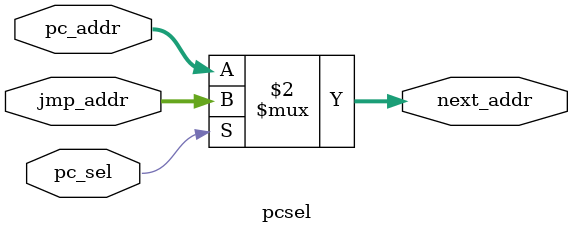
<source format=v>
module pcsel(
    input   [31: 0]     jmp_addr,
    input   [31: 0]     pc_addr,
    input               pc_sel,
    
    output  [31: 0]     next_addr
);

    assign next_addr = (pc_sel == 1)? jmp_addr : pc_addr;
    
endmodule
</source>
